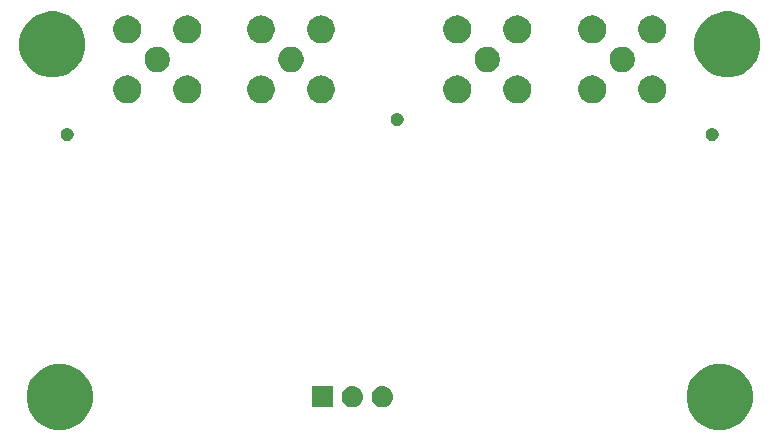
<source format=gbr>
G04 #@! TF.GenerationSoftware,KiCad,Pcbnew,(5.1.2)-2*
G04 #@! TF.CreationDate,2019-07-06T17:30:01+08:00*
G04 #@! TF.ProjectId,active_filter,61637469-7665-45f6-9669-6c7465722e6b,rev?*
G04 #@! TF.SameCoordinates,Original*
G04 #@! TF.FileFunction,Soldermask,Bot*
G04 #@! TF.FilePolarity,Negative*
%FSLAX46Y46*%
G04 Gerber Fmt 4.6, Leading zero omitted, Abs format (unit mm)*
G04 Created by KiCad (PCBNEW (5.1.2)-2) date 2019-07-06 17:30:01*
%MOMM*%
%LPD*%
G04 APERTURE LIST*
%ADD10C,0.100000*%
G04 APERTURE END LIST*
D10*
G36*
X171632021Y-103986640D02*
G01*
X172141769Y-104197785D01*
X172141771Y-104197786D01*
X172600534Y-104504321D01*
X172990679Y-104894466D01*
X173297214Y-105353229D01*
X173297215Y-105353231D01*
X173508360Y-105862979D01*
X173616000Y-106404124D01*
X173616000Y-106955876D01*
X173508360Y-107497021D01*
X173297215Y-108006769D01*
X173297214Y-108006771D01*
X172990679Y-108465534D01*
X172600534Y-108855679D01*
X172141771Y-109162214D01*
X172141770Y-109162215D01*
X172141769Y-109162215D01*
X171632021Y-109373360D01*
X171090876Y-109481000D01*
X170539124Y-109481000D01*
X169997979Y-109373360D01*
X169488231Y-109162215D01*
X169488230Y-109162215D01*
X169488229Y-109162214D01*
X169029466Y-108855679D01*
X168639321Y-108465534D01*
X168332786Y-108006771D01*
X168332785Y-108006769D01*
X168121640Y-107497021D01*
X168014000Y-106955876D01*
X168014000Y-106404124D01*
X168121640Y-105862979D01*
X168332785Y-105353231D01*
X168332786Y-105353229D01*
X168639321Y-104894466D01*
X169029466Y-104504321D01*
X169488229Y-104197786D01*
X169488231Y-104197785D01*
X169997979Y-103986640D01*
X170539124Y-103879000D01*
X171090876Y-103879000D01*
X171632021Y-103986640D01*
X171632021Y-103986640D01*
G37*
G36*
X115752021Y-103986640D02*
G01*
X116261769Y-104197785D01*
X116261771Y-104197786D01*
X116720534Y-104504321D01*
X117110679Y-104894466D01*
X117417214Y-105353229D01*
X117417215Y-105353231D01*
X117628360Y-105862979D01*
X117736000Y-106404124D01*
X117736000Y-106955876D01*
X117628360Y-107497021D01*
X117417215Y-108006769D01*
X117417214Y-108006771D01*
X117110679Y-108465534D01*
X116720534Y-108855679D01*
X116261771Y-109162214D01*
X116261770Y-109162215D01*
X116261769Y-109162215D01*
X115752021Y-109373360D01*
X115210876Y-109481000D01*
X114659124Y-109481000D01*
X114117979Y-109373360D01*
X113608231Y-109162215D01*
X113608230Y-109162215D01*
X113608229Y-109162214D01*
X113149466Y-108855679D01*
X112759321Y-108465534D01*
X112452786Y-108006771D01*
X112452785Y-108006769D01*
X112241640Y-107497021D01*
X112134000Y-106955876D01*
X112134000Y-106404124D01*
X112241640Y-105862979D01*
X112452785Y-105353231D01*
X112452786Y-105353229D01*
X112759321Y-104894466D01*
X113149466Y-104504321D01*
X113608229Y-104197786D01*
X113608231Y-104197785D01*
X114117979Y-103986640D01*
X114659124Y-103879000D01*
X115210876Y-103879000D01*
X115752021Y-103986640D01*
X115752021Y-103986640D01*
G37*
G36*
X142350443Y-105785519D02*
G01*
X142416627Y-105792037D01*
X142586466Y-105843557D01*
X142742991Y-105927222D01*
X142778729Y-105956552D01*
X142880186Y-106039814D01*
X142963448Y-106141271D01*
X142992778Y-106177009D01*
X143076443Y-106333534D01*
X143127963Y-106503373D01*
X143145359Y-106680000D01*
X143127963Y-106856627D01*
X143076443Y-107026466D01*
X142992778Y-107182991D01*
X142963448Y-107218729D01*
X142880186Y-107320186D01*
X142778729Y-107403448D01*
X142742991Y-107432778D01*
X142586466Y-107516443D01*
X142416627Y-107567963D01*
X142350443Y-107574481D01*
X142284260Y-107581000D01*
X142195740Y-107581000D01*
X142129557Y-107574481D01*
X142063373Y-107567963D01*
X141893534Y-107516443D01*
X141737009Y-107432778D01*
X141701271Y-107403448D01*
X141599814Y-107320186D01*
X141516552Y-107218729D01*
X141487222Y-107182991D01*
X141403557Y-107026466D01*
X141352037Y-106856627D01*
X141334641Y-106680000D01*
X141352037Y-106503373D01*
X141403557Y-106333534D01*
X141487222Y-106177009D01*
X141516552Y-106141271D01*
X141599814Y-106039814D01*
X141701271Y-105956552D01*
X141737009Y-105927222D01*
X141893534Y-105843557D01*
X142063373Y-105792037D01*
X142129557Y-105785519D01*
X142195740Y-105779000D01*
X142284260Y-105779000D01*
X142350443Y-105785519D01*
X142350443Y-105785519D01*
G37*
G36*
X139810443Y-105785519D02*
G01*
X139876627Y-105792037D01*
X140046466Y-105843557D01*
X140202991Y-105927222D01*
X140238729Y-105956552D01*
X140340186Y-106039814D01*
X140423448Y-106141271D01*
X140452778Y-106177009D01*
X140536443Y-106333534D01*
X140587963Y-106503373D01*
X140605359Y-106680000D01*
X140587963Y-106856627D01*
X140536443Y-107026466D01*
X140452778Y-107182991D01*
X140423448Y-107218729D01*
X140340186Y-107320186D01*
X140238729Y-107403448D01*
X140202991Y-107432778D01*
X140046466Y-107516443D01*
X139876627Y-107567963D01*
X139810443Y-107574481D01*
X139744260Y-107581000D01*
X139655740Y-107581000D01*
X139589557Y-107574481D01*
X139523373Y-107567963D01*
X139353534Y-107516443D01*
X139197009Y-107432778D01*
X139161271Y-107403448D01*
X139059814Y-107320186D01*
X138976552Y-107218729D01*
X138947222Y-107182991D01*
X138863557Y-107026466D01*
X138812037Y-106856627D01*
X138794641Y-106680000D01*
X138812037Y-106503373D01*
X138863557Y-106333534D01*
X138947222Y-106177009D01*
X138976552Y-106141271D01*
X139059814Y-106039814D01*
X139161271Y-105956552D01*
X139197009Y-105927222D01*
X139353534Y-105843557D01*
X139523373Y-105792037D01*
X139589557Y-105785519D01*
X139655740Y-105779000D01*
X139744260Y-105779000D01*
X139810443Y-105785519D01*
X139810443Y-105785519D01*
G37*
G36*
X138061000Y-107581000D02*
G01*
X136259000Y-107581000D01*
X136259000Y-105779000D01*
X138061000Y-105779000D01*
X138061000Y-107581000D01*
X138061000Y-107581000D01*
G37*
G36*
X170340721Y-83925174D02*
G01*
X170440995Y-83966709D01*
X170440996Y-83966710D01*
X170531242Y-84027010D01*
X170607990Y-84103758D01*
X170607991Y-84103760D01*
X170668291Y-84194005D01*
X170709826Y-84294279D01*
X170731000Y-84400730D01*
X170731000Y-84509270D01*
X170709826Y-84615721D01*
X170668291Y-84715995D01*
X170668290Y-84715996D01*
X170607990Y-84806242D01*
X170531242Y-84882990D01*
X170485812Y-84913345D01*
X170440995Y-84943291D01*
X170340721Y-84984826D01*
X170234270Y-85006000D01*
X170125730Y-85006000D01*
X170019279Y-84984826D01*
X169919005Y-84943291D01*
X169874188Y-84913345D01*
X169828758Y-84882990D01*
X169752010Y-84806242D01*
X169691710Y-84715996D01*
X169691709Y-84715995D01*
X169650174Y-84615721D01*
X169629000Y-84509270D01*
X169629000Y-84400730D01*
X169650174Y-84294279D01*
X169691709Y-84194005D01*
X169752009Y-84103760D01*
X169752010Y-84103758D01*
X169828758Y-84027010D01*
X169919004Y-83966710D01*
X169919005Y-83966709D01*
X170019279Y-83925174D01*
X170125730Y-83904000D01*
X170234270Y-83904000D01*
X170340721Y-83925174D01*
X170340721Y-83925174D01*
G37*
G36*
X115730721Y-83925174D02*
G01*
X115830995Y-83966709D01*
X115830996Y-83966710D01*
X115921242Y-84027010D01*
X115997990Y-84103758D01*
X115997991Y-84103760D01*
X116058291Y-84194005D01*
X116099826Y-84294279D01*
X116121000Y-84400730D01*
X116121000Y-84509270D01*
X116099826Y-84615721D01*
X116058291Y-84715995D01*
X116058290Y-84715996D01*
X115997990Y-84806242D01*
X115921242Y-84882990D01*
X115875812Y-84913345D01*
X115830995Y-84943291D01*
X115730721Y-84984826D01*
X115624270Y-85006000D01*
X115515730Y-85006000D01*
X115409279Y-84984826D01*
X115309005Y-84943291D01*
X115264188Y-84913345D01*
X115218758Y-84882990D01*
X115142010Y-84806242D01*
X115081710Y-84715996D01*
X115081709Y-84715995D01*
X115040174Y-84615721D01*
X115019000Y-84509270D01*
X115019000Y-84400730D01*
X115040174Y-84294279D01*
X115081709Y-84194005D01*
X115142009Y-84103760D01*
X115142010Y-84103758D01*
X115218758Y-84027010D01*
X115309004Y-83966710D01*
X115309005Y-83966709D01*
X115409279Y-83925174D01*
X115515730Y-83904000D01*
X115624270Y-83904000D01*
X115730721Y-83925174D01*
X115730721Y-83925174D01*
G37*
G36*
X143670721Y-82655174D02*
G01*
X143770995Y-82696709D01*
X143770996Y-82696710D01*
X143861242Y-82757010D01*
X143937990Y-82833758D01*
X143937991Y-82833760D01*
X143998291Y-82924005D01*
X144039826Y-83024279D01*
X144061000Y-83130730D01*
X144061000Y-83239270D01*
X144039826Y-83345721D01*
X143998291Y-83445995D01*
X143998290Y-83445996D01*
X143937990Y-83536242D01*
X143861242Y-83612990D01*
X143815812Y-83643345D01*
X143770995Y-83673291D01*
X143670721Y-83714826D01*
X143564270Y-83736000D01*
X143455730Y-83736000D01*
X143349279Y-83714826D01*
X143249005Y-83673291D01*
X143204188Y-83643345D01*
X143158758Y-83612990D01*
X143082010Y-83536242D01*
X143021710Y-83445996D01*
X143021709Y-83445995D01*
X142980174Y-83345721D01*
X142959000Y-83239270D01*
X142959000Y-83130730D01*
X142980174Y-83024279D01*
X143021709Y-82924005D01*
X143082009Y-82833760D01*
X143082010Y-82833758D01*
X143158758Y-82757010D01*
X143249004Y-82696710D01*
X143249005Y-82696709D01*
X143349279Y-82655174D01*
X143455730Y-82634000D01*
X143564270Y-82634000D01*
X143670721Y-82655174D01*
X143670721Y-82655174D01*
G37*
G36*
X165291560Y-79484064D02*
G01*
X165443027Y-79514193D01*
X165657045Y-79602842D01*
X165657046Y-79602843D01*
X165849654Y-79731539D01*
X166013461Y-79895346D01*
X166099258Y-80023751D01*
X166142158Y-80087955D01*
X166230807Y-80301973D01*
X166276000Y-80529174D01*
X166276000Y-80760826D01*
X166230807Y-80988027D01*
X166142158Y-81202045D01*
X166142157Y-81202046D01*
X166013461Y-81394654D01*
X165849654Y-81558461D01*
X165721249Y-81644258D01*
X165657045Y-81687158D01*
X165443027Y-81775807D01*
X165291560Y-81805936D01*
X165215827Y-81821000D01*
X164984173Y-81821000D01*
X164908440Y-81805936D01*
X164756973Y-81775807D01*
X164542955Y-81687158D01*
X164478751Y-81644258D01*
X164350346Y-81558461D01*
X164186539Y-81394654D01*
X164057843Y-81202046D01*
X164057842Y-81202045D01*
X163969193Y-80988027D01*
X163924000Y-80760826D01*
X163924000Y-80529174D01*
X163969193Y-80301973D01*
X164057842Y-80087955D01*
X164100742Y-80023751D01*
X164186539Y-79895346D01*
X164350346Y-79731539D01*
X164542954Y-79602843D01*
X164542955Y-79602842D01*
X164756973Y-79514193D01*
X164908440Y-79484064D01*
X164984173Y-79469000D01*
X165215827Y-79469000D01*
X165291560Y-79484064D01*
X165291560Y-79484064D01*
G37*
G36*
X120841560Y-79484064D02*
G01*
X120993027Y-79514193D01*
X121207045Y-79602842D01*
X121207046Y-79602843D01*
X121399654Y-79731539D01*
X121563461Y-79895346D01*
X121649258Y-80023751D01*
X121692158Y-80087955D01*
X121780807Y-80301973D01*
X121826000Y-80529174D01*
X121826000Y-80760826D01*
X121780807Y-80988027D01*
X121692158Y-81202045D01*
X121692157Y-81202046D01*
X121563461Y-81394654D01*
X121399654Y-81558461D01*
X121271249Y-81644258D01*
X121207045Y-81687158D01*
X120993027Y-81775807D01*
X120841560Y-81805936D01*
X120765827Y-81821000D01*
X120534173Y-81821000D01*
X120458440Y-81805936D01*
X120306973Y-81775807D01*
X120092955Y-81687158D01*
X120028751Y-81644258D01*
X119900346Y-81558461D01*
X119736539Y-81394654D01*
X119607843Y-81202046D01*
X119607842Y-81202045D01*
X119519193Y-80988027D01*
X119474000Y-80760826D01*
X119474000Y-80529174D01*
X119519193Y-80301973D01*
X119607842Y-80087955D01*
X119650742Y-80023751D01*
X119736539Y-79895346D01*
X119900346Y-79731539D01*
X120092954Y-79602843D01*
X120092955Y-79602842D01*
X120306973Y-79514193D01*
X120458440Y-79484064D01*
X120534173Y-79469000D01*
X120765827Y-79469000D01*
X120841560Y-79484064D01*
X120841560Y-79484064D01*
G37*
G36*
X125921560Y-79484064D02*
G01*
X126073027Y-79514193D01*
X126287045Y-79602842D01*
X126287046Y-79602843D01*
X126479654Y-79731539D01*
X126643461Y-79895346D01*
X126729258Y-80023751D01*
X126772158Y-80087955D01*
X126860807Y-80301973D01*
X126906000Y-80529174D01*
X126906000Y-80760826D01*
X126860807Y-80988027D01*
X126772158Y-81202045D01*
X126772157Y-81202046D01*
X126643461Y-81394654D01*
X126479654Y-81558461D01*
X126351249Y-81644258D01*
X126287045Y-81687158D01*
X126073027Y-81775807D01*
X125921560Y-81805936D01*
X125845827Y-81821000D01*
X125614173Y-81821000D01*
X125538440Y-81805936D01*
X125386973Y-81775807D01*
X125172955Y-81687158D01*
X125108751Y-81644258D01*
X124980346Y-81558461D01*
X124816539Y-81394654D01*
X124687843Y-81202046D01*
X124687842Y-81202045D01*
X124599193Y-80988027D01*
X124554000Y-80760826D01*
X124554000Y-80529174D01*
X124599193Y-80301973D01*
X124687842Y-80087955D01*
X124730742Y-80023751D01*
X124816539Y-79895346D01*
X124980346Y-79731539D01*
X125172954Y-79602843D01*
X125172955Y-79602842D01*
X125386973Y-79514193D01*
X125538440Y-79484064D01*
X125614173Y-79469000D01*
X125845827Y-79469000D01*
X125921560Y-79484064D01*
X125921560Y-79484064D01*
G37*
G36*
X132176561Y-79484064D02*
G01*
X132328028Y-79514193D01*
X132542046Y-79602842D01*
X132542047Y-79602843D01*
X132734655Y-79731539D01*
X132898462Y-79895346D01*
X132984259Y-80023751D01*
X133027159Y-80087955D01*
X133115808Y-80301973D01*
X133161001Y-80529174D01*
X133161001Y-80760826D01*
X133115808Y-80988027D01*
X133027159Y-81202045D01*
X133027158Y-81202046D01*
X132898462Y-81394654D01*
X132734655Y-81558461D01*
X132606250Y-81644258D01*
X132542046Y-81687158D01*
X132328028Y-81775807D01*
X132176561Y-81805936D01*
X132100828Y-81821000D01*
X131869174Y-81821000D01*
X131793441Y-81805936D01*
X131641974Y-81775807D01*
X131427956Y-81687158D01*
X131363752Y-81644258D01*
X131235347Y-81558461D01*
X131071540Y-81394654D01*
X130942844Y-81202046D01*
X130942843Y-81202045D01*
X130854194Y-80988027D01*
X130809001Y-80760826D01*
X130809001Y-80529174D01*
X130854194Y-80301973D01*
X130942843Y-80087955D01*
X130985743Y-80023751D01*
X131071540Y-79895346D01*
X131235347Y-79731539D01*
X131427955Y-79602843D01*
X131427956Y-79602842D01*
X131641974Y-79514193D01*
X131793441Y-79484064D01*
X131869174Y-79469000D01*
X132100828Y-79469000D01*
X132176561Y-79484064D01*
X132176561Y-79484064D01*
G37*
G36*
X148781560Y-79484064D02*
G01*
X148933027Y-79514193D01*
X149147045Y-79602842D01*
X149147046Y-79602843D01*
X149339654Y-79731539D01*
X149503461Y-79895346D01*
X149589258Y-80023751D01*
X149632158Y-80087955D01*
X149720807Y-80301973D01*
X149766000Y-80529174D01*
X149766000Y-80760826D01*
X149720807Y-80988027D01*
X149632158Y-81202045D01*
X149632157Y-81202046D01*
X149503461Y-81394654D01*
X149339654Y-81558461D01*
X149211249Y-81644258D01*
X149147045Y-81687158D01*
X148933027Y-81775807D01*
X148781560Y-81805936D01*
X148705827Y-81821000D01*
X148474173Y-81821000D01*
X148398440Y-81805936D01*
X148246973Y-81775807D01*
X148032955Y-81687158D01*
X147968751Y-81644258D01*
X147840346Y-81558461D01*
X147676539Y-81394654D01*
X147547843Y-81202046D01*
X147547842Y-81202045D01*
X147459193Y-80988027D01*
X147414000Y-80760826D01*
X147414000Y-80529174D01*
X147459193Y-80301973D01*
X147547842Y-80087955D01*
X147590742Y-80023751D01*
X147676539Y-79895346D01*
X147840346Y-79731539D01*
X148032954Y-79602843D01*
X148032955Y-79602842D01*
X148246973Y-79514193D01*
X148398440Y-79484064D01*
X148474173Y-79469000D01*
X148705827Y-79469000D01*
X148781560Y-79484064D01*
X148781560Y-79484064D01*
G37*
G36*
X153861560Y-79484064D02*
G01*
X154013027Y-79514193D01*
X154227045Y-79602842D01*
X154227046Y-79602843D01*
X154419654Y-79731539D01*
X154583461Y-79895346D01*
X154669258Y-80023751D01*
X154712158Y-80087955D01*
X154800807Y-80301973D01*
X154846000Y-80529174D01*
X154846000Y-80760826D01*
X154800807Y-80988027D01*
X154712158Y-81202045D01*
X154712157Y-81202046D01*
X154583461Y-81394654D01*
X154419654Y-81558461D01*
X154291249Y-81644258D01*
X154227045Y-81687158D01*
X154013027Y-81775807D01*
X153861560Y-81805936D01*
X153785827Y-81821000D01*
X153554173Y-81821000D01*
X153478440Y-81805936D01*
X153326973Y-81775807D01*
X153112955Y-81687158D01*
X153048751Y-81644258D01*
X152920346Y-81558461D01*
X152756539Y-81394654D01*
X152627843Y-81202046D01*
X152627842Y-81202045D01*
X152539193Y-80988027D01*
X152494000Y-80760826D01*
X152494000Y-80529174D01*
X152539193Y-80301973D01*
X152627842Y-80087955D01*
X152670742Y-80023751D01*
X152756539Y-79895346D01*
X152920346Y-79731539D01*
X153112954Y-79602843D01*
X153112955Y-79602842D01*
X153326973Y-79514193D01*
X153478440Y-79484064D01*
X153554173Y-79469000D01*
X153785827Y-79469000D01*
X153861560Y-79484064D01*
X153861560Y-79484064D01*
G37*
G36*
X160211560Y-79484064D02*
G01*
X160363027Y-79514193D01*
X160577045Y-79602842D01*
X160577046Y-79602843D01*
X160769654Y-79731539D01*
X160933461Y-79895346D01*
X161019258Y-80023751D01*
X161062158Y-80087955D01*
X161150807Y-80301973D01*
X161196000Y-80529174D01*
X161196000Y-80760826D01*
X161150807Y-80988027D01*
X161062158Y-81202045D01*
X161062157Y-81202046D01*
X160933461Y-81394654D01*
X160769654Y-81558461D01*
X160641249Y-81644258D01*
X160577045Y-81687158D01*
X160363027Y-81775807D01*
X160211560Y-81805936D01*
X160135827Y-81821000D01*
X159904173Y-81821000D01*
X159828440Y-81805936D01*
X159676973Y-81775807D01*
X159462955Y-81687158D01*
X159398751Y-81644258D01*
X159270346Y-81558461D01*
X159106539Y-81394654D01*
X158977843Y-81202046D01*
X158977842Y-81202045D01*
X158889193Y-80988027D01*
X158844000Y-80760826D01*
X158844000Y-80529174D01*
X158889193Y-80301973D01*
X158977842Y-80087955D01*
X159020742Y-80023751D01*
X159106539Y-79895346D01*
X159270346Y-79731539D01*
X159462954Y-79602843D01*
X159462955Y-79602842D01*
X159676973Y-79514193D01*
X159828440Y-79484064D01*
X159904173Y-79469000D01*
X160135827Y-79469000D01*
X160211560Y-79484064D01*
X160211560Y-79484064D01*
G37*
G36*
X137256561Y-79484064D02*
G01*
X137408028Y-79514193D01*
X137622046Y-79602842D01*
X137622047Y-79602843D01*
X137814655Y-79731539D01*
X137978462Y-79895346D01*
X138064259Y-80023751D01*
X138107159Y-80087955D01*
X138195808Y-80301973D01*
X138241001Y-80529174D01*
X138241001Y-80760826D01*
X138195808Y-80988027D01*
X138107159Y-81202045D01*
X138107158Y-81202046D01*
X137978462Y-81394654D01*
X137814655Y-81558461D01*
X137686250Y-81644258D01*
X137622046Y-81687158D01*
X137408028Y-81775807D01*
X137256561Y-81805936D01*
X137180828Y-81821000D01*
X136949174Y-81821000D01*
X136873441Y-81805936D01*
X136721974Y-81775807D01*
X136507956Y-81687158D01*
X136443752Y-81644258D01*
X136315347Y-81558461D01*
X136151540Y-81394654D01*
X136022844Y-81202046D01*
X136022843Y-81202045D01*
X135934194Y-80988027D01*
X135889001Y-80760826D01*
X135889001Y-80529174D01*
X135934194Y-80301973D01*
X136022843Y-80087955D01*
X136065743Y-80023751D01*
X136151540Y-79895346D01*
X136315347Y-79731539D01*
X136507955Y-79602843D01*
X136507956Y-79602842D01*
X136721974Y-79514193D01*
X136873441Y-79484064D01*
X136949174Y-79469000D01*
X137180828Y-79469000D01*
X137256561Y-79484064D01*
X137256561Y-79484064D01*
G37*
G36*
X172267021Y-74141640D02*
G01*
X172776769Y-74352785D01*
X172776771Y-74352786D01*
X173235534Y-74659321D01*
X173625679Y-75049466D01*
X173932214Y-75508229D01*
X173932215Y-75508231D01*
X174143360Y-76017979D01*
X174251000Y-76559124D01*
X174251000Y-77110876D01*
X174143360Y-77652021D01*
X173932215Y-78161769D01*
X173932214Y-78161771D01*
X173625679Y-78620534D01*
X173235534Y-79010679D01*
X172776771Y-79317214D01*
X172776770Y-79317215D01*
X172776769Y-79317215D01*
X172267021Y-79528360D01*
X171725876Y-79636000D01*
X171174124Y-79636000D01*
X170632979Y-79528360D01*
X170123231Y-79317215D01*
X170123230Y-79317215D01*
X170123229Y-79317214D01*
X169664466Y-79010679D01*
X169274321Y-78620534D01*
X168967786Y-78161771D01*
X168967785Y-78161769D01*
X168756640Y-77652021D01*
X168649000Y-77110876D01*
X168649000Y-76559124D01*
X168756640Y-76017979D01*
X168967785Y-75508231D01*
X168967786Y-75508229D01*
X169274321Y-75049466D01*
X169664466Y-74659321D01*
X170123229Y-74352786D01*
X170123231Y-74352785D01*
X170632979Y-74141640D01*
X171174124Y-74034000D01*
X171725876Y-74034000D01*
X172267021Y-74141640D01*
X172267021Y-74141640D01*
G37*
G36*
X115117021Y-74141640D02*
G01*
X115626769Y-74352785D01*
X115626771Y-74352786D01*
X116085534Y-74659321D01*
X116475679Y-75049466D01*
X116782214Y-75508229D01*
X116782215Y-75508231D01*
X116993360Y-76017979D01*
X117101000Y-76559124D01*
X117101000Y-77110876D01*
X116993360Y-77652021D01*
X116782215Y-78161769D01*
X116782214Y-78161771D01*
X116475679Y-78620534D01*
X116085534Y-79010679D01*
X115626771Y-79317214D01*
X115626770Y-79317215D01*
X115626769Y-79317215D01*
X115117021Y-79528360D01*
X114575876Y-79636000D01*
X114024124Y-79636000D01*
X113482979Y-79528360D01*
X112973231Y-79317215D01*
X112973230Y-79317215D01*
X112973229Y-79317214D01*
X112514466Y-79010679D01*
X112124321Y-78620534D01*
X111817786Y-78161771D01*
X111817785Y-78161769D01*
X111606640Y-77652021D01*
X111499000Y-77110876D01*
X111499000Y-76559124D01*
X111606640Y-76017979D01*
X111817785Y-75508231D01*
X111817786Y-75508229D01*
X112124321Y-75049466D01*
X112514466Y-74659321D01*
X112973229Y-74352786D01*
X112973231Y-74352785D01*
X113482979Y-74141640D01*
X114024124Y-74034000D01*
X114575876Y-74034000D01*
X115117021Y-74141640D01*
X115117021Y-74141640D01*
G37*
G36*
X134700272Y-77042783D02*
G01*
X134838859Y-77070350D01*
X135034678Y-77151461D01*
X135210911Y-77269216D01*
X135360785Y-77419090D01*
X135478540Y-77595323D01*
X135559651Y-77791142D01*
X135601001Y-77999023D01*
X135601001Y-78210977D01*
X135559651Y-78418858D01*
X135478540Y-78614677D01*
X135360785Y-78790910D01*
X135210911Y-78940784D01*
X135034678Y-79058539D01*
X134838859Y-79139650D01*
X134700272Y-79167217D01*
X134630979Y-79181000D01*
X134419023Y-79181000D01*
X134349730Y-79167217D01*
X134211143Y-79139650D01*
X134015324Y-79058539D01*
X133839091Y-78940784D01*
X133689217Y-78790910D01*
X133571462Y-78614677D01*
X133490351Y-78418858D01*
X133449001Y-78210977D01*
X133449001Y-77999023D01*
X133490351Y-77791142D01*
X133571462Y-77595323D01*
X133689217Y-77419090D01*
X133839091Y-77269216D01*
X134015324Y-77151461D01*
X134211143Y-77070350D01*
X134349730Y-77042783D01*
X134419023Y-77029000D01*
X134630979Y-77029000D01*
X134700272Y-77042783D01*
X134700272Y-77042783D01*
G37*
G36*
X151305271Y-77042783D02*
G01*
X151443858Y-77070350D01*
X151639677Y-77151461D01*
X151815910Y-77269216D01*
X151965784Y-77419090D01*
X152083539Y-77595323D01*
X152164650Y-77791142D01*
X152206000Y-77999023D01*
X152206000Y-78210977D01*
X152164650Y-78418858D01*
X152083539Y-78614677D01*
X151965784Y-78790910D01*
X151815910Y-78940784D01*
X151639677Y-79058539D01*
X151443858Y-79139650D01*
X151305271Y-79167217D01*
X151235978Y-79181000D01*
X151024022Y-79181000D01*
X150954729Y-79167217D01*
X150816142Y-79139650D01*
X150620323Y-79058539D01*
X150444090Y-78940784D01*
X150294216Y-78790910D01*
X150176461Y-78614677D01*
X150095350Y-78418858D01*
X150054000Y-78210977D01*
X150054000Y-77999023D01*
X150095350Y-77791142D01*
X150176461Y-77595323D01*
X150294216Y-77419090D01*
X150444090Y-77269216D01*
X150620323Y-77151461D01*
X150816142Y-77070350D01*
X150954729Y-77042783D01*
X151024022Y-77029000D01*
X151235978Y-77029000D01*
X151305271Y-77042783D01*
X151305271Y-77042783D01*
G37*
G36*
X162735271Y-77042783D02*
G01*
X162873858Y-77070350D01*
X163069677Y-77151461D01*
X163245910Y-77269216D01*
X163395784Y-77419090D01*
X163513539Y-77595323D01*
X163594650Y-77791142D01*
X163636000Y-77999023D01*
X163636000Y-78210977D01*
X163594650Y-78418858D01*
X163513539Y-78614677D01*
X163395784Y-78790910D01*
X163245910Y-78940784D01*
X163069677Y-79058539D01*
X162873858Y-79139650D01*
X162735271Y-79167217D01*
X162665978Y-79181000D01*
X162454022Y-79181000D01*
X162384729Y-79167217D01*
X162246142Y-79139650D01*
X162050323Y-79058539D01*
X161874090Y-78940784D01*
X161724216Y-78790910D01*
X161606461Y-78614677D01*
X161525350Y-78418858D01*
X161484000Y-78210977D01*
X161484000Y-77999023D01*
X161525350Y-77791142D01*
X161606461Y-77595323D01*
X161724216Y-77419090D01*
X161874090Y-77269216D01*
X162050323Y-77151461D01*
X162246142Y-77070350D01*
X162384729Y-77042783D01*
X162454022Y-77029000D01*
X162665978Y-77029000D01*
X162735271Y-77042783D01*
X162735271Y-77042783D01*
G37*
G36*
X123365271Y-77042783D02*
G01*
X123503858Y-77070350D01*
X123699677Y-77151461D01*
X123875910Y-77269216D01*
X124025784Y-77419090D01*
X124143539Y-77595323D01*
X124224650Y-77791142D01*
X124266000Y-77999023D01*
X124266000Y-78210977D01*
X124224650Y-78418858D01*
X124143539Y-78614677D01*
X124025784Y-78790910D01*
X123875910Y-78940784D01*
X123699677Y-79058539D01*
X123503858Y-79139650D01*
X123365271Y-79167217D01*
X123295978Y-79181000D01*
X123084022Y-79181000D01*
X123014729Y-79167217D01*
X122876142Y-79139650D01*
X122680323Y-79058539D01*
X122504090Y-78940784D01*
X122354216Y-78790910D01*
X122236461Y-78614677D01*
X122155350Y-78418858D01*
X122114000Y-78210977D01*
X122114000Y-77999023D01*
X122155350Y-77791142D01*
X122236461Y-77595323D01*
X122354216Y-77419090D01*
X122504090Y-77269216D01*
X122680323Y-77151461D01*
X122876142Y-77070350D01*
X123014729Y-77042783D01*
X123084022Y-77029000D01*
X123295978Y-77029000D01*
X123365271Y-77042783D01*
X123365271Y-77042783D01*
G37*
G36*
X160211560Y-74404064D02*
G01*
X160363027Y-74434193D01*
X160577045Y-74522842D01*
X160577046Y-74522843D01*
X160769654Y-74651539D01*
X160933461Y-74815346D01*
X161019258Y-74943751D01*
X161062158Y-75007955D01*
X161150807Y-75221973D01*
X161196000Y-75449174D01*
X161196000Y-75680826D01*
X161150807Y-75908027D01*
X161062158Y-76122045D01*
X161062157Y-76122046D01*
X160933461Y-76314654D01*
X160769654Y-76478461D01*
X160648933Y-76559124D01*
X160577045Y-76607158D01*
X160363027Y-76695807D01*
X160211560Y-76725936D01*
X160135827Y-76741000D01*
X159904173Y-76741000D01*
X159828440Y-76725936D01*
X159676973Y-76695807D01*
X159462955Y-76607158D01*
X159391067Y-76559124D01*
X159270346Y-76478461D01*
X159106539Y-76314654D01*
X158977843Y-76122046D01*
X158977842Y-76122045D01*
X158889193Y-75908027D01*
X158844000Y-75680826D01*
X158844000Y-75449174D01*
X158889193Y-75221973D01*
X158977842Y-75007955D01*
X159020742Y-74943751D01*
X159106539Y-74815346D01*
X159270346Y-74651539D01*
X159462954Y-74522843D01*
X159462955Y-74522842D01*
X159676973Y-74434193D01*
X159828440Y-74404064D01*
X159904173Y-74389000D01*
X160135827Y-74389000D01*
X160211560Y-74404064D01*
X160211560Y-74404064D01*
G37*
G36*
X148781560Y-74404064D02*
G01*
X148933027Y-74434193D01*
X149147045Y-74522842D01*
X149147046Y-74522843D01*
X149339654Y-74651539D01*
X149503461Y-74815346D01*
X149589258Y-74943751D01*
X149632158Y-75007955D01*
X149720807Y-75221973D01*
X149766000Y-75449174D01*
X149766000Y-75680826D01*
X149720807Y-75908027D01*
X149632158Y-76122045D01*
X149632157Y-76122046D01*
X149503461Y-76314654D01*
X149339654Y-76478461D01*
X149218933Y-76559124D01*
X149147045Y-76607158D01*
X148933027Y-76695807D01*
X148781560Y-76725936D01*
X148705827Y-76741000D01*
X148474173Y-76741000D01*
X148398440Y-76725936D01*
X148246973Y-76695807D01*
X148032955Y-76607158D01*
X147961067Y-76559124D01*
X147840346Y-76478461D01*
X147676539Y-76314654D01*
X147547843Y-76122046D01*
X147547842Y-76122045D01*
X147459193Y-75908027D01*
X147414000Y-75680826D01*
X147414000Y-75449174D01*
X147459193Y-75221973D01*
X147547842Y-75007955D01*
X147590742Y-74943751D01*
X147676539Y-74815346D01*
X147840346Y-74651539D01*
X148032954Y-74522843D01*
X148032955Y-74522842D01*
X148246973Y-74434193D01*
X148398440Y-74404064D01*
X148474173Y-74389000D01*
X148705827Y-74389000D01*
X148781560Y-74404064D01*
X148781560Y-74404064D01*
G37*
G36*
X153861560Y-74404064D02*
G01*
X154013027Y-74434193D01*
X154227045Y-74522842D01*
X154227046Y-74522843D01*
X154419654Y-74651539D01*
X154583461Y-74815346D01*
X154669258Y-74943751D01*
X154712158Y-75007955D01*
X154800807Y-75221973D01*
X154846000Y-75449174D01*
X154846000Y-75680826D01*
X154800807Y-75908027D01*
X154712158Y-76122045D01*
X154712157Y-76122046D01*
X154583461Y-76314654D01*
X154419654Y-76478461D01*
X154298933Y-76559124D01*
X154227045Y-76607158D01*
X154013027Y-76695807D01*
X153861560Y-76725936D01*
X153785827Y-76741000D01*
X153554173Y-76741000D01*
X153478440Y-76725936D01*
X153326973Y-76695807D01*
X153112955Y-76607158D01*
X153041067Y-76559124D01*
X152920346Y-76478461D01*
X152756539Y-76314654D01*
X152627843Y-76122046D01*
X152627842Y-76122045D01*
X152539193Y-75908027D01*
X152494000Y-75680826D01*
X152494000Y-75449174D01*
X152539193Y-75221973D01*
X152627842Y-75007955D01*
X152670742Y-74943751D01*
X152756539Y-74815346D01*
X152920346Y-74651539D01*
X153112954Y-74522843D01*
X153112955Y-74522842D01*
X153326973Y-74434193D01*
X153478440Y-74404064D01*
X153554173Y-74389000D01*
X153785827Y-74389000D01*
X153861560Y-74404064D01*
X153861560Y-74404064D01*
G37*
G36*
X137256561Y-74404064D02*
G01*
X137408028Y-74434193D01*
X137622046Y-74522842D01*
X137622047Y-74522843D01*
X137814655Y-74651539D01*
X137978462Y-74815346D01*
X138064259Y-74943751D01*
X138107159Y-75007955D01*
X138195808Y-75221973D01*
X138241001Y-75449174D01*
X138241001Y-75680826D01*
X138195808Y-75908027D01*
X138107159Y-76122045D01*
X138107158Y-76122046D01*
X137978462Y-76314654D01*
X137814655Y-76478461D01*
X137693934Y-76559124D01*
X137622046Y-76607158D01*
X137408028Y-76695807D01*
X137256561Y-76725936D01*
X137180828Y-76741000D01*
X136949174Y-76741000D01*
X136873441Y-76725936D01*
X136721974Y-76695807D01*
X136507956Y-76607158D01*
X136436068Y-76559124D01*
X136315347Y-76478461D01*
X136151540Y-76314654D01*
X136022844Y-76122046D01*
X136022843Y-76122045D01*
X135934194Y-75908027D01*
X135889001Y-75680826D01*
X135889001Y-75449174D01*
X135934194Y-75221973D01*
X136022843Y-75007955D01*
X136065743Y-74943751D01*
X136151540Y-74815346D01*
X136315347Y-74651539D01*
X136507955Y-74522843D01*
X136507956Y-74522842D01*
X136721974Y-74434193D01*
X136873441Y-74404064D01*
X136949174Y-74389000D01*
X137180828Y-74389000D01*
X137256561Y-74404064D01*
X137256561Y-74404064D01*
G37*
G36*
X132176561Y-74404064D02*
G01*
X132328028Y-74434193D01*
X132542046Y-74522842D01*
X132542047Y-74522843D01*
X132734655Y-74651539D01*
X132898462Y-74815346D01*
X132984259Y-74943751D01*
X133027159Y-75007955D01*
X133115808Y-75221973D01*
X133161001Y-75449174D01*
X133161001Y-75680826D01*
X133115808Y-75908027D01*
X133027159Y-76122045D01*
X133027158Y-76122046D01*
X132898462Y-76314654D01*
X132734655Y-76478461D01*
X132613934Y-76559124D01*
X132542046Y-76607158D01*
X132328028Y-76695807D01*
X132176561Y-76725936D01*
X132100828Y-76741000D01*
X131869174Y-76741000D01*
X131793441Y-76725936D01*
X131641974Y-76695807D01*
X131427956Y-76607158D01*
X131356068Y-76559124D01*
X131235347Y-76478461D01*
X131071540Y-76314654D01*
X130942844Y-76122046D01*
X130942843Y-76122045D01*
X130854194Y-75908027D01*
X130809001Y-75680826D01*
X130809001Y-75449174D01*
X130854194Y-75221973D01*
X130942843Y-75007955D01*
X130985743Y-74943751D01*
X131071540Y-74815346D01*
X131235347Y-74651539D01*
X131427955Y-74522843D01*
X131427956Y-74522842D01*
X131641974Y-74434193D01*
X131793441Y-74404064D01*
X131869174Y-74389000D01*
X132100828Y-74389000D01*
X132176561Y-74404064D01*
X132176561Y-74404064D01*
G37*
G36*
X165291560Y-74404064D02*
G01*
X165443027Y-74434193D01*
X165657045Y-74522842D01*
X165657046Y-74522843D01*
X165849654Y-74651539D01*
X166013461Y-74815346D01*
X166099258Y-74943751D01*
X166142158Y-75007955D01*
X166230807Y-75221973D01*
X166276000Y-75449174D01*
X166276000Y-75680826D01*
X166230807Y-75908027D01*
X166142158Y-76122045D01*
X166142157Y-76122046D01*
X166013461Y-76314654D01*
X165849654Y-76478461D01*
X165728933Y-76559124D01*
X165657045Y-76607158D01*
X165443027Y-76695807D01*
X165291560Y-76725936D01*
X165215827Y-76741000D01*
X164984173Y-76741000D01*
X164908440Y-76725936D01*
X164756973Y-76695807D01*
X164542955Y-76607158D01*
X164471067Y-76559124D01*
X164350346Y-76478461D01*
X164186539Y-76314654D01*
X164057843Y-76122046D01*
X164057842Y-76122045D01*
X163969193Y-75908027D01*
X163924000Y-75680826D01*
X163924000Y-75449174D01*
X163969193Y-75221973D01*
X164057842Y-75007955D01*
X164100742Y-74943751D01*
X164186539Y-74815346D01*
X164350346Y-74651539D01*
X164542954Y-74522843D01*
X164542955Y-74522842D01*
X164756973Y-74434193D01*
X164908440Y-74404064D01*
X164984173Y-74389000D01*
X165215827Y-74389000D01*
X165291560Y-74404064D01*
X165291560Y-74404064D01*
G37*
G36*
X120841560Y-74404064D02*
G01*
X120993027Y-74434193D01*
X121207045Y-74522842D01*
X121207046Y-74522843D01*
X121399654Y-74651539D01*
X121563461Y-74815346D01*
X121649258Y-74943751D01*
X121692158Y-75007955D01*
X121780807Y-75221973D01*
X121826000Y-75449174D01*
X121826000Y-75680826D01*
X121780807Y-75908027D01*
X121692158Y-76122045D01*
X121692157Y-76122046D01*
X121563461Y-76314654D01*
X121399654Y-76478461D01*
X121278933Y-76559124D01*
X121207045Y-76607158D01*
X120993027Y-76695807D01*
X120841560Y-76725936D01*
X120765827Y-76741000D01*
X120534173Y-76741000D01*
X120458440Y-76725936D01*
X120306973Y-76695807D01*
X120092955Y-76607158D01*
X120021067Y-76559124D01*
X119900346Y-76478461D01*
X119736539Y-76314654D01*
X119607843Y-76122046D01*
X119607842Y-76122045D01*
X119519193Y-75908027D01*
X119474000Y-75680826D01*
X119474000Y-75449174D01*
X119519193Y-75221973D01*
X119607842Y-75007955D01*
X119650742Y-74943751D01*
X119736539Y-74815346D01*
X119900346Y-74651539D01*
X120092954Y-74522843D01*
X120092955Y-74522842D01*
X120306973Y-74434193D01*
X120458440Y-74404064D01*
X120534173Y-74389000D01*
X120765827Y-74389000D01*
X120841560Y-74404064D01*
X120841560Y-74404064D01*
G37*
G36*
X125921560Y-74404064D02*
G01*
X126073027Y-74434193D01*
X126287045Y-74522842D01*
X126287046Y-74522843D01*
X126479654Y-74651539D01*
X126643461Y-74815346D01*
X126729258Y-74943751D01*
X126772158Y-75007955D01*
X126860807Y-75221973D01*
X126906000Y-75449174D01*
X126906000Y-75680826D01*
X126860807Y-75908027D01*
X126772158Y-76122045D01*
X126772157Y-76122046D01*
X126643461Y-76314654D01*
X126479654Y-76478461D01*
X126358933Y-76559124D01*
X126287045Y-76607158D01*
X126073027Y-76695807D01*
X125921560Y-76725936D01*
X125845827Y-76741000D01*
X125614173Y-76741000D01*
X125538440Y-76725936D01*
X125386973Y-76695807D01*
X125172955Y-76607158D01*
X125101067Y-76559124D01*
X124980346Y-76478461D01*
X124816539Y-76314654D01*
X124687843Y-76122046D01*
X124687842Y-76122045D01*
X124599193Y-75908027D01*
X124554000Y-75680826D01*
X124554000Y-75449174D01*
X124599193Y-75221973D01*
X124687842Y-75007955D01*
X124730742Y-74943751D01*
X124816539Y-74815346D01*
X124980346Y-74651539D01*
X125172954Y-74522843D01*
X125172955Y-74522842D01*
X125386973Y-74434193D01*
X125538440Y-74404064D01*
X125614173Y-74389000D01*
X125845827Y-74389000D01*
X125921560Y-74404064D01*
X125921560Y-74404064D01*
G37*
M02*

</source>
